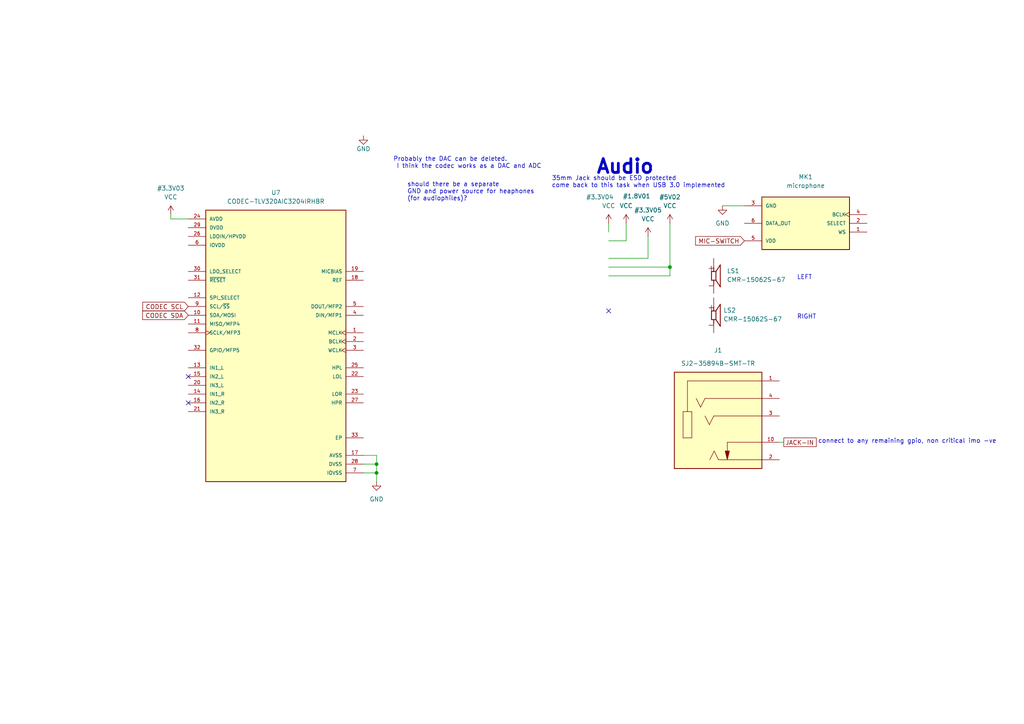
<source format=kicad_sch>
(kicad_sch (version 20250114) (generator "eeschema") (generator_version "9.0")
  (paper "A4")
  (lib_symbols
    (symbol "SPIRIT-components:CMR-15062S-67" (pin_numbers (hide yes)) (pin_names (offset 1.016) (hide yes))
      (property "Reference" "LS" (at -3.81 8.9154 0))
      (property "Value" "CMR-15062S-67" (at -3.8354 -11.4808 0))
      (symbol "CMR-15062S-67_0_0"
        (polyline (pts (xy -0.635 1.27) (xy 0 1.27)) (stroke (width 0.254)))
        (polyline (pts (xy -0.635 -1.27) (xy -0.635 1.27)) (stroke (width 0.254)))
        (polyline (pts (xy 0 1.27) (xy 0 2.54)) (stroke (width 0.254)))
        (polyline (pts (xy 0 1.27) (xy 0.635 1.27)) (stroke (width 0.254)))
        (polyline (pts (xy 0 -1.27) (xy -0.635 -1.27)) (stroke (width 0.254)))
        (polyline (pts (xy 0 -1.27) (xy 0 -2.54)) (stroke (width 0.254)))
        (polyline (pts (xy 0.635 1.27) (xy 0.635 -1.27)) (stroke (width 0.254)))
        (polyline (pts (xy 0.635 1.27) (xy 1.905 3.175)) (stroke (width 0.254)))
        (polyline (pts (xy 0.635 -1.27) (xy 0 -1.27)) (stroke (width 0.254)))
        (polyline (pts (xy 1.905 3.175) (xy 1.905 -3.175)) (stroke (width 0.254)))
        (polyline (pts (xy 1.905 -3.175) (xy 0.635 -1.27)) (stroke (width 0.254)))
        (text "-" (at -1.9304 -3.81 0) (effects (font (size 1.8034 1.8034)) (justify left bottom)))
        (text "+" (at -1.905 1.27 0) (effects (font (size 1.778 1.778)) (justify left bottom)))
        (pin passive line (at 0 5.08 270) (length 2.54) (name "~") (number "P"))
        (pin passive line (at 0 -5.08 90) (length 2.54) (name "~") (number "N"))
      )
    )
    (symbol "SPIRIT-components:CODEC-TLV320AIC3204IRHBR" (pin_names (offset 1.016))
      (property "Reference" "U" (at -20.32 38.862 0))
      (property "Value" "CODEC-TLV320AIC3204IRHBR" (at -20.32 -41.402 0))
      (symbol "CODEC-TLV320AIC3204IRHBR_0_0"
        (rectangle (start -20.32 -40.64) (end 20.32 38.1) (stroke (width 0.254)) (fill (type background)))
        (pin power_in line (at -25.4 35.56 0) (length 5.08) (name "AVDD") (number "24"))
        (pin power_in line (at -25.4 33.02 0) (length 5.08) (name "DVDD") (number "29"))
        (pin power_in line (at -25.4 30.48 0) (length 5.08) (name "LDOIN/HPVDD") (number "26"))
        (pin power_in line (at -25.4 27.94 0) (length 5.08) (name "IOVDD") (number "6"))
        (pin input line (at -25.4 20.32 0) (length 5.08) (name "LDO_SELECT") (number "30"))
        (pin input line (at -25.4 17.78 0) (length 5.08) (name "~{RESET}") (number "31"))
        (pin input line (at -25.4 12.7 0) (length 5.08) (name "SPI_SELECT") (number "12"))
        (pin input line (at -25.4 10.16 0) (length 5.08) (name "SCL/~{SS}") (number "9"))
        (pin input line (at -25.4 7.62 0) (length 5.08) (name "SDA/MOSI") (number "10"))
        (pin output line (at -25.4 5.08 0) (length 5.08) (name "MISO/MFP4") (number "11"))
        (pin input clock (at -25.4 2.54 0) (length 5.08) (name "SCLK/MFP3") (number "8"))
        (pin input line (at -25.4 -2.54 0) (length 5.08) (name "GPIO/MFP5") (number "32"))
        (pin input line (at -25.4 -7.62 0) (length 5.08) (name "IN1_L") (number "13"))
        (pin input line (at -25.4 -10.16 0) (length 5.08) (name "IN2_L") (number "15"))
        (pin input line (at -25.4 -12.7 0) (length 5.08) (name "IN3_L") (number "20"))
        (pin input line (at -25.4 -15.24 0) (length 5.08) (name "IN1_R") (number "14"))
        (pin input line (at -25.4 -17.78 0) (length 5.08) (name "IN2_R") (number "16"))
        (pin input line (at -25.4 -20.32 0) (length 5.08) (name "IN3_R") (number "21"))
        (pin output line (at 25.4 20.32 180) (length 5.08) (name "MICBIAS") (number "19"))
        (pin output line (at 25.4 17.78 180) (length 5.08) (name "REF") (number "18"))
        (pin output line (at 25.4 10.16 180) (length 5.08) (name "DOUT/MFP2") (number "5"))
        (pin input line (at 25.4 7.62 180) (length 5.08) (name "DIN/MFP1") (number "4"))
        (pin input clock (at 25.4 2.54 180) (length 5.08) (name "MCLK") (number "1"))
        (pin bidirectional clock (at 25.4 0 180) (length 5.08) (name "BCLK") (number "2"))
        (pin bidirectional clock (at 25.4 -2.54 180) (length 5.08) (name "WCLK") (number "3"))
        (pin output line (at 25.4 -7.62 180) (length 5.08) (name "HPL") (number "25"))
        (pin output line (at 25.4 -10.16 180) (length 5.08) (name "LOL") (number "22"))
        (pin output line (at 25.4 -15.24 180) (length 5.08) (name "LOR") (number "23"))
        (pin output line (at 25.4 -17.78 180) (length 5.08) (name "HPR") (number "27"))
        (pin passive line (at 25.4 -27.94 180) (length 5.08) (name "EP") (number "33"))
        (pin power_in line (at 25.4 -33.02 180) (length 5.08) (name "AVSS") (number "17"))
        (pin power_in line (at 25.4 -35.56 180) (length 5.08) (name "DVSS") (number "28"))
        (pin power_in line (at 25.4 -38.1 180) (length 5.08) (name "IOVSS") (number "7"))
      )
    )
    (symbol "SPIRIT-components:SJ2-35894B-SMT-TR" (pin_names (offset 1.016))
      (property "Reference" "J" (at -12.709 16.002 0))
      (property "Value" "SJ2-35894B-SMT-TR" (at -12.7009 -16.002 0))
      (symbol "SJ2-35894B-SMT-TR_0_0"
        (rectangle (start -12.7 -12.7) (end 12.7 15.24) (stroke (width 0.254)) (fill (type background)))
        (polyline (pts (xy -10.16 3.81) (xy -8.89 3.81)) (stroke (width 0.1524)))
        (polyline (pts (xy -10.16 -3.81) (xy -10.16 3.81)) (stroke (width 0.1524)))
        (polyline (pts (xy -8.89 12.7) (xy -8.89 3.81)) (stroke (width 0.1524)))
        (polyline (pts (xy -8.89 3.81) (xy -7.62 3.81)) (stroke (width 0.1524)))
        (polyline (pts (xy -7.62 3.81) (xy -7.62 -3.81)) (stroke (width 0.1524)))
        (polyline (pts (xy -7.62 -3.81) (xy -10.16 -3.81)) (stroke (width 0.1524)))
        (polyline (pts (xy -5.08 5.08) (xy -6.35 7.62)) (stroke (width 0.1524)))
        (polyline (pts (xy -3.81 7.62) (xy -5.08 5.08)) (stroke (width 0.1524)))
        (polyline (pts (xy -2.54 0) (xy -3.81 2.54)) (stroke (width 0.1524)))
        (polyline (pts (xy -1.27 2.54) (xy -2.54 0)) (stroke (width 0.1524)))
        (polyline (pts (xy -1.143 -7.62) (xy -2.413 -10.16)) (stroke (width 0.1524)))
        (polyline (pts (xy 0.127 -10.16) (xy -1.143 -7.62)) (stroke (width 0.1524)))
        (polyline (pts (xy 2.667 -5.08) (xy 2.667 -10.16)) (stroke (width 0.1524)))
        (polyline (pts (xy 2.667 -10.16) (xy 0.127 -10.16)) (stroke (width 0.1524)))
        (polyline (pts (xy 2.667 -10.16) (xy 2.032 -7.62) (xy 3.302 -7.62) (xy 2.667 -10.16)) (stroke (width 0.1524)) (fill (type outline)))
        (polyline (pts (xy 12.7 12.7) (xy -8.89 12.7)) (stroke (width 0.1524)))
        (polyline (pts (xy 12.7 7.62) (xy -3.81 7.62)) (stroke (width 0.1524)))
        (polyline (pts (xy 12.7 2.54) (xy -1.27 2.54)) (stroke (width 0.1524)))
        (polyline (pts (xy 12.7 -5.08) (xy 2.667 -5.08)) (stroke (width 0.1524)))
        (polyline (pts (xy 12.7 -10.16) (xy 2.667 -10.16)) (stroke (width 0.1524)))
        (pin passive line (at 17.78 12.7 180) (length 5.08) (name "~") (number "1"))
        (pin passive line (at 17.78 7.62 180) (length 5.08) (name "~") (number "4"))
        (pin passive line (at 17.78 2.54 180) (length 5.08) (name "~") (number "3"))
        (pin passive line (at 17.78 -5.08 180) (length 5.08) (name "~") (number "10"))
        (pin passive line (at 17.78 -10.16 180) (length 5.08) (name "~") (number "2"))
      )
    )
    (symbol "SPIRIT-components:microphone" (pin_names (offset 1.016))
      (property "Reference" "MK" (at -12.7399 8.1466 0))
      (property "Value" "microphone" (at -12.7473 -10.1926 0))
      (symbol "microphone_0_0"
        (rectangle (start -12.7 -7.62) (end 12.7 7.62) (stroke (width 0.254)) (fill (type background)))
        (pin input line (at -17.78 2.54 0) (length 5.08) (name "WS") (number "1"))
        (pin input line (at -17.78 0 0) (length 5.08) (name "SELECT") (number "2"))
        (pin input clock (at -17.78 -2.54 0) (length 5.08) (name "BCLK") (number "4"))
        (pin power_in line (at 17.78 5.08 180) (length 5.08) (name "VDD") (number "5"))
        (pin output line (at 17.78 0 180) (length 5.08) (name "DATA_OUT") (number "6"))
        (pin power_in line (at 17.78 -5.08 180) (length 5.08) (name "GND") (number "3"))
      )
    )
    (symbol "power:GND" (power) (pin_names (offset 0))
      (property "Value" "GND" (at 0 -3.81 0))
      (symbol "GND_0_1"
        (polyline (pts (xy 0 0) (xy 0 -1.27) (xy 1.27 -1.27) (xy 0 -2.54) (xy -1.27 -1.27) (xy 0 -1.27)))
      )
      (symbol "GND_1_1"
        (pin power_in line (at 0 0 270) (length 0) (hide yes) (name "GND") (number "1"))
      )
    )
    (symbol "power:VCC" (power) (pin_names (offset 0))
      (property "Value" "VCC" (at 0 3.81 0))
      (symbol "VCC_0_1"
        (polyline (pts (xy -0.762 1.27) (xy 0 2.54)))
        (polyline (pts (xy 0 2.54) (xy 0.762 1.27)))
        (polyline (pts (xy 0 0) (xy 0 2.54)))
      )
      (symbol "VCC_1_1"
        (pin power_in line (at 0 0 90) (length 0) (hide yes) (name "VCC") (number "1"))
      )
    )
  )
  (text "should there be a separate \nGND and power source for heaphones\n(for audiophiles)?" (at 118.11 58.42 0) (effects (font (size 1.27 1.27)) (justify left bottom)))
  (text "35mm Jack should be ESD protected\ncome back to this task when USB 3.0 implemented" (at 160.02 54.61 0) (effects (font (size 1.27 1.27)) (justify left bottom)))
  (text "Audio\n" (at 172.72 50.8 0) (effects (font (size 4 4) (thickness 0.8) (bold yes)) (justify left bottom)))
  (text "LEFT" (at 231.14 81.28 0) (effects (font (size 1.27 1.27)) (justify left bottom)))
  (text "Probably the DAC can be deleted.\n I think the codec works as a DAC and ADC" (at 114.046 49.022 0) (effects (font (size 1.27 1.27)) (justify left bottom)))
  (text "RIGHT" (at 231.14 92.71 0) (effects (font (size 1.27 1.27)) (justify left bottom)))
  (text "connect to any remaining gpio, non critical imo -ve" (at 263.144 128.016 0) (effects (font (size 1.27 1.27))))
  (junction (at 194.31 77.47))
  (junction (at 109.22 137.16))
  (junction (at 109.22 134.62))
  (no_connect (at 176.53 90.17))
  (no_connect (at 54.61 109.22))
  (no_connect (at 54.61 116.84))
  (wire (pts (xy 176.53 67.31) (xy 176.53 64.77)))
  (wire (pts (xy 176.53 80.01) (xy 194.31 80.01)))
  (wire (pts (xy 109.22 134.62) (xy 109.22 137.16)))
  (wire (pts (xy 109.22 132.08) (xy 109.22 134.62)))
  (wire (pts (xy 194.31 64.77) (xy 194.31 77.47)))
  (wire (pts (xy 226.06 128.27) (xy 227.33 128.27)))
  (wire (pts (xy 187.96 68.58) (xy 187.96 74.93)))
  (wire (pts (xy 176.53 77.47) (xy 194.31 77.47)))
  (wire (pts (xy 181.61 69.85) (xy 176.53 69.85)))
  (wire (pts (xy 181.61 64.77) (xy 181.61 69.85)))
  (wire (pts (xy 109.22 137.16) (xy 109.22 139.7)))
  (wire (pts (xy 49.53 63.5) (xy 54.61 63.5)))
  (wire (pts (xy 194.31 80.01) (xy 194.31 77.47)))
  (wire (pts (xy 105.41 132.08) (xy 109.22 132.08)))
  (wire (pts (xy 176.53 74.93) (xy 187.96 74.93)))
  (wire (pts (xy 49.53 62.23) (xy 49.53 63.5)))
  (wire (pts (xy 105.41 134.62) (xy 109.22 134.62)))
  (wire (pts (xy 105.41 137.16) (xy 109.22 137.16)))
  (wire (pts (xy 209.55 59.69) (xy 215.9 59.69)))
  (global_label "CODEC SCL" (shape input) (at 54.61 88.9 180) (property "Intersheetrefs" "${INTERSHEET_REFS}" (effects (hide yes))))
  (global_label "MIC-SWITCH" (shape input) (at 215.9 69.85 180) (property "Intersheetrefs" "${INTERSHEET_REFS}" (effects (hide yes))))
  (global_label "CODEC SDA" (shape input) (at 54.61 91.44 180) (property "Intersheetrefs" "${INTERSHEET_REFS}" (effects (hide yes))))
  (global_label "JACK-IN" (shape passive) (at 227.33 128.27 0) (property "Intersheetrefs" "${INTERSHEET_REFS}" (effects (hide yes))))
  (symbol (lib_id "SPIRIT-components:CMR-15062S-67") (at 207.01 80.01 0) (unit 1)
    (property "Reference" "LS1" (at 210.82 78.5798 0) (effects (justify left)))
    (property "Value" "CMR-15062S-67" (at 210.82 81.1198 0) (effects (justify left)))
    (property "Footprint" "SPIRIT-footprints:SPEAKER_CMR-15062S-67" (effects (hide yes)))
    (property "PARTREV" "1.0" (effects (hide yes)))
    (property "STANDARD" "Manufacturer Recommendations" (effects (hide yes)))
    (property "MANUFACTURER" "CUI Inc" (effects (hide yes)))
  )
  (symbol (lib_id "power:VCC") (at 181.61 64.77 0) (unit 1)
    (property "Reference" "#1.8V01" (at 184.658 56.896 0))
    (property "Value" "VCC" (at 181.61 59.69 0))
  )
  (symbol (lib_id "power:VCC") (at 187.96 68.58 0) (unit 1)
    (property "Reference" "#3.3V05" (at 187.96 60.96 0))
    (property "Value" "VCC" (at 187.96 63.5 0))
  )
  (symbol (lib_id "power:GND") (at 105.41 39.37 0) (unit 1)
    (property "Reference" "#PWR041" (effects (hide yes)))
    (property "Value" "GND" (at 105.41 43.18 0))
  )
  (symbol (lib_id "power:GND") (at 209.55 59.69 0) (unit 1)
    (property "Reference" "#PWR059" (effects (hide yes)))
    (property "Value" "GND" (at 209.55 64.77 0))
  )
  (symbol (lib_id "power:VCC") (at 194.31 64.77 0) (unit 1)
    (property "Reference" "#5V02" (at 194.31 57.15 0))
    (property "Value" "VCC" (at 194.31 59.69 0))
  )
  (symbol (lib_id "SPIRIT-components:microphone") (at 233.68 64.77 180) (unit 1)
    (property "Reference" "MK1" (at 233.68 51.308 0))
    (property "Value" "microphone" (at 233.68 53.848 0))
    (property "Footprint" "SPIRIT-footprints:microphone_SPH0645LM4H-B" (effects (hide yes)))
    (property "MF" "Knowles" (effects (hide yes)))
    (property "DESCRIPTION" "Mic Mems Digital I2s Omni -26db" (effects (hide yes)))
    (property "PACKAGE" "SIP-7 Bourns" (effects (hide yes)))
    (property "PRICE" "None" (effects (hide yes)))
    (property "MP" "SPH0645LM4H-B" (effects (hide yes)))
    (property "AVAILABILITY" "Unavailable" (effects (hide yes)))
  )
  (symbol (lib_id "power:VCC") (at 176.53 64.77 0) (unit 1)
    (property "Reference" "#3.3V04" (at 173.99 57.15 0))
    (property "Value" "VCC" (at 176.53 59.69 0))
  )
  (symbol (lib_id "SPIRIT-components:CMR-15062S-67") (at 207.01 91.44 0) (unit 1)
    (property "Reference" "LS2" (at 209.804 90.0098 0) (effects (justify left)))
    (property "Value" "CMR-15062S-67" (at 209.804 92.5498 0) (effects (justify left)))
    (property "Footprint" "SPIRIT-footprints:SPEAKER_CMR-15062S-67" (effects (hide yes)))
    (property "PARTREV" "1.0" (effects (hide yes)))
    (property "STANDARD" "Manufacturer Recommendations" (effects (hide yes)))
    (property "MANUFACTURER" "CUI Inc" (effects (hide yes)))
  )
  (symbol (lib_id "SPIRIT-components:SJ2-35894B-SMT-TR") (at 208.28 123.19 0) (unit 1)
    (property "Reference" "J1" (at 208.28 101.6 0))
    (property "Value" "SJ2-35894B-SMT-TR" (at 208.28 105.41 0))
    (property "Footprint" "SPIRIT-footprints:35mmJACK-CUI_SJ2-35894B-SMT-TR" (effects (hide yes)))
    (property "Description" "\n                        \n                            4 conductor, 3.5 mm, SMT Audio Jack w/ Tip Switch\n                        \n" (effects (hide yes)))
    (property "DigiKey_Part_Number" "CP-SJ2-35894B-SMT-TR-ND" (effects (hide yes)))
    (property "SnapEDA_Link" "https://www.snapeda.com/parts/SJ2-35894B-SMT-TR/Same+Sky/view-part/?ref=snap" (effects (hide yes)))
    (property "MAXIMUM_PACKAGE_HEIGHT" "5.2 mm" (effects (hide yes)))
    (property "Package" "None" (effects (hide yes)))
    (property "Check_prices" "https://www.snapeda.com/parts/SJ2-35894B-SMT-TR/Same+Sky/view-part/?ref=eda" (effects (hide yes)))
    (property "STANDARD" "Manufacturer Recommendations" (effects (hide yes)))
    (property "PARTREV" "1.04" (effects (hide yes)))
    (property "MF" "Same Sky" (effects (hide yes)))
    (property "MP" "SJ2-35894B-SMT-TR" (effects (hide yes)))
    (property "MANUFACTURER" "CUI Devices" (effects (hide yes)))
  )
  (symbol (lib_id "power:VCC") (at 49.53 62.23 0) (unit 1)
    (property "Reference" "#3.3V03" (at 49.53 54.61 0))
    (property "Value" "VCC" (at 49.53 57.15 0))
  )
  (symbol (lib_id "SPIRIT-components:CODEC-TLV320AIC3204IRHBR") (at 80.01 99.06 0) (unit 1)
    (property "Reference" "U7" (at 80.01 55.88 0))
    (property "Value" "CODEC-TLV320AIC3204IRHBR" (at 80.01 58.42 0))
    (property "Footprint" "SPIRIT-footprints:CODEC-QFN50P500X500X100-33N" (effects (hide yes)))
    (property "PARTREV" "E" (effects (hide yes)))
    (property "STANDARD" "IPC-7351B" (effects (hide yes)))
    (property "MAXIMUM_PACKAGE_HEIGHT" "1.0mm" (effects (hide yes)))
    (property "MANUFACTURER" "Texas Instruments" (effects (hide yes)))
  )
  (symbol (lib_id "power:GND") (at 109.22 139.7 0) (unit 1)
    (property "Reference" "#PWR042" (effects (hide yes)))
    (property "Value" "GND" (at 109.22 144.78 0))
  )
)
</source>
